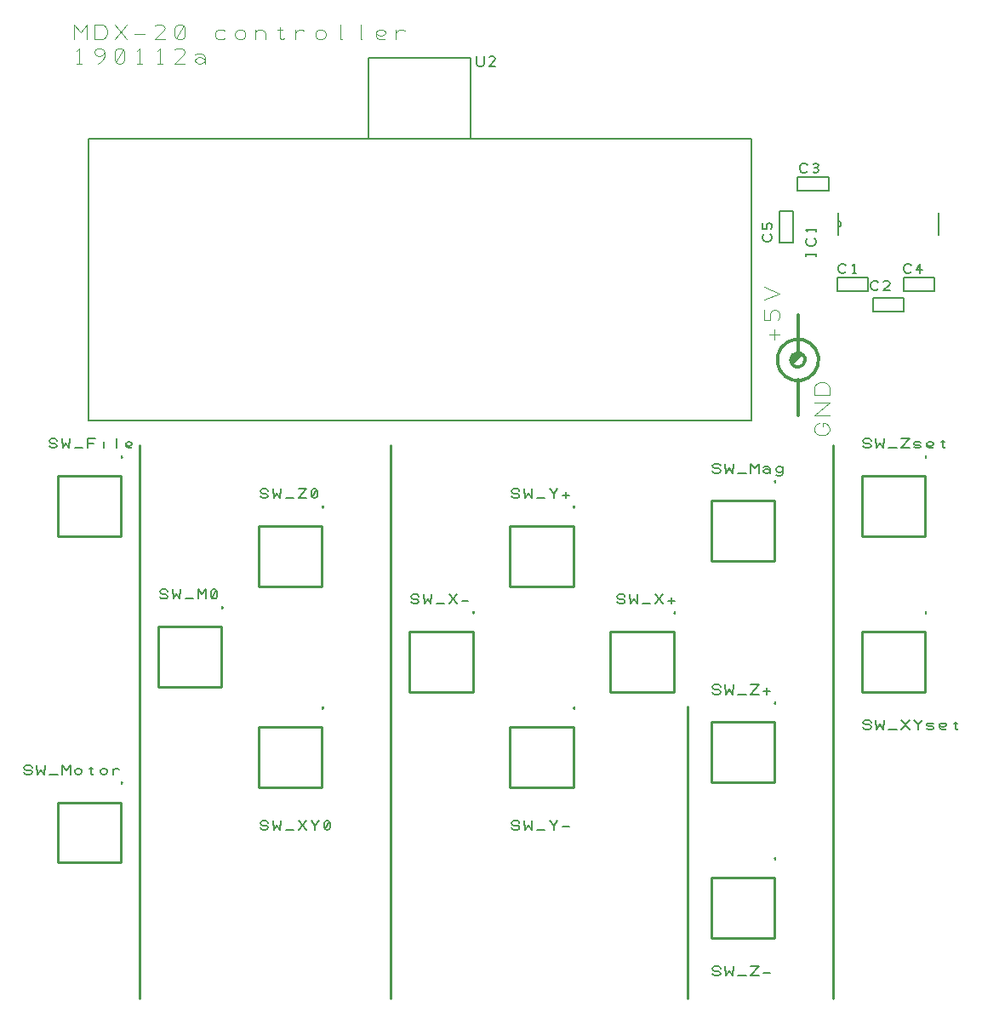
<source format=gto>
G04 EasyPC Gerber Version 21.0.3 Build 4286 *
%FSLAX35Y35*%
%MOIN*%
%ADD12C,0.00394*%
%ADD10C,0.00500*%
%ADD13C,0.00600*%
%ADD14C,0.01000*%
%ADD11C,0.01181*%
X0Y0D02*
D02*
D10*
X14030Y92676D02*
X14342Y92051D01*
X14967Y91739*
X16217*
X16842Y92051*
X17155Y92676*
X16842Y93301*
X16217Y93614*
X14967*
X14342Y93926*
X14030Y94551*
X14342Y95176*
X14967Y95489*
X16217*
X16842Y95176*
X17155Y94551*
X19030Y95489D02*
X19342Y91739D01*
X20592Y93614*
X21842Y91739*
X22155Y95489*
X24030Y91739D02*
X27155D01*
X29030D02*
Y95489D01*
X30592Y93614*
X32155Y95489*
Y91739*
X34030Y92676D02*
X34342Y92051D01*
X34967Y91739*
X35592*
X36217Y92051*
X36530Y92676*
Y93301*
X36217Y93926*
X35592Y94239*
X34967*
X34342Y93926*
X34030Y93301*
Y92676*
X39655Y94239D02*
X40905D01*
X40280Y94864D02*
Y92051D01*
X40592Y91739*
X40905*
X41217Y92051*
X44030Y92676D02*
X44342Y92051D01*
X44967Y91739*
X45592*
X46217Y92051*
X46530Y92676*
Y93301*
X46217Y93926*
X45592Y94239*
X44967*
X44342Y93926*
X44030Y93301*
Y92676*
X49030Y91739D02*
Y94239D01*
Y93301D02*
X49342Y93926D01*
X49967Y94239*
X50592*
X51217Y93926*
X23872Y220629D02*
X24185Y220004D01*
X24809Y219691*
X26059*
X26685Y220004*
X26997Y220629*
X26685Y221254*
X26059Y221567*
X24809*
X24185Y221879*
X23872Y222504*
X24185Y223129*
X24809Y223441*
X26059*
X26685Y223129*
X26997Y222504*
X28872Y223441D02*
X29185Y219691D01*
X30435Y221567*
X31685Y219691*
X31997Y223441*
X33872Y219691D02*
X36997D01*
X38872D02*
Y223441D01*
X41997*
X41372Y221567D02*
X38872D01*
X45122Y219691D02*
Y222191D01*
Y223129D02*
X50435Y219691*
X50122D01*
Y223441*
X56372Y220004D02*
X56059Y219691D01*
X55435*
X54809*
X54185Y220004*
X53872Y220629*
Y221567*
X54185Y221879*
X54809Y222191*
X55435*
X56059Y221879*
X56372Y221567*
Y221254*
X56059Y220941*
X55435Y220629*
X54809*
X54185Y220941*
X53872Y221254*
X39187Y230407D02*
X299030D01*
Y340644*
X39187*
Y230407*
X67179Y161574D02*
X67492Y160949D01*
X68117Y160636*
X69367*
X69992Y160949*
X70304Y161574*
X69992Y162199*
X69367Y162511*
X68117*
X67492Y162824*
X67179Y163449*
X67492Y164074*
X68117Y164386*
X69367*
X69992Y164074*
X70304Y163449*
X72179Y164386D02*
X72492Y160636D01*
X73742Y162511*
X74992Y160636*
X75304Y164386*
X77179Y160636D02*
X80304D01*
X82179D02*
Y164386D01*
X83742Y162511*
X85304Y164386*
Y160636*
X87492Y160949D02*
X88117Y160636D01*
X88742*
X89367Y160949*
X89679Y161574*
Y163449*
X89367Y164074*
X88742Y164386*
X88117*
X87492Y164074*
X87179Y163449*
Y161574*
X87492Y160949*
X89367Y164074*
X106549Y71023D02*
X106862Y70398D01*
X107487Y70085*
X108737*
X109362Y70398*
X109674Y71023*
X109362Y71648*
X108737Y71960*
X107487*
X106862Y72273*
X106549Y72898*
X106862Y73523*
X107487Y73835*
X108737*
X109362Y73523*
X109674Y72898*
X111549Y73835D02*
X111862Y70085D01*
X113112Y71960*
X114362Y70085*
X114674Y73835*
X116549Y70085D02*
X119674D01*
X121549D02*
X124674Y73835D01*
X121549D02*
X124674Y70085D01*
X128112D02*
Y71960D01*
X126549Y73835*
X128112Y71960D02*
X129674Y73835D01*
X131862Y70398D02*
X132487Y70085D01*
X133112*
X133737Y70398*
X134049Y71023*
Y72898*
X133737Y73523*
X133112Y73835*
X132487*
X131862Y73523*
X131549Y72898*
Y71023*
X131862Y70398*
X133737Y73523*
X106549Y200944D02*
X106862Y200319D01*
X107487Y200006*
X108737*
X109362Y200319*
X109674Y200944*
X109362Y201569*
X108737Y201881*
X107487*
X106862Y202194*
X106549Y202819*
X106862Y203444*
X107487Y203756*
X108737*
X109362Y203444*
X109674Y202819*
X111549Y203756D02*
X111862Y200006D01*
X113112Y201881*
X114362Y200006*
X114674Y203756*
X116549Y200006D02*
X119674D01*
X121549Y203756D02*
X124674D01*
X121549Y200006*
X124674*
X126862Y200319D02*
X127487Y200006D01*
X128112*
X128737Y200319*
X129049Y200944*
Y202819*
X128737Y203444*
X128112Y203756*
X127487*
X126862Y203444*
X126549Y202819*
Y200944*
X126862Y200319*
X128737Y203444*
X165604Y159606D02*
X165917Y158980D01*
X166542Y158668*
X167792*
X168417Y158980*
X168730Y159606*
X168417Y160230*
X167792Y160543*
X166542*
X165917Y160856*
X165604Y161480*
X165917Y162106*
X166542Y162418*
X167792*
X168417Y162106*
X168730Y161480*
X170604Y162418D02*
X170917Y158668D01*
X172167Y160543*
X173417Y158668*
X173730Y162418*
X175604Y158668D02*
X178730D01*
X180604D02*
X183730Y162418D01*
X180604D02*
X183730Y158668D01*
X185604Y159918D02*
X188104D01*
X188793Y340644D02*
X148793D01*
Y372455*
X188793*
Y340644*
X191195Y373048D02*
Y370235D01*
X191507Y369610*
X192132Y369298*
X193382*
X194007Y369610*
X194320Y370235*
Y373048*
X198695Y369298D02*
X196195D01*
X198382Y371485*
X198695Y372110*
X198382Y372735*
X197757Y373048*
X196820*
X196195Y372735*
X204974Y71023D02*
X205287Y70398D01*
X205912Y70085*
X207162*
X207787Y70398*
X208100Y71023*
X207787Y71648*
X207162Y71960*
X205912*
X205287Y72273*
X204974Y72898*
X205287Y73523*
X205912Y73835*
X207162*
X207787Y73523*
X208100Y72898*
X209974Y73835D02*
X210287Y70085D01*
X211537Y71960*
X212787Y70085*
X213100Y73835*
X214974Y70085D02*
X218100D01*
X221537D02*
Y71960D01*
X219974Y73835*
X221537Y71960D02*
X223100Y73835D01*
X224974Y71335D02*
X227474D01*
X204974Y200944D02*
X205287Y200319D01*
X205912Y200006*
X207162*
X207787Y200319*
X208100Y200944*
X207787Y201569*
X207162Y201881*
X205912*
X205287Y202194*
X204974Y202819*
X205287Y203444*
X205912Y203756*
X207162*
X207787Y203444*
X208100Y202819*
X209974Y203756D02*
X210287Y200006D01*
X211537Y201881*
X212787Y200006*
X213100Y203756*
X214974Y200006D02*
X218100D01*
X221537D02*
Y201881D01*
X219974Y203756*
X221537Y201881D02*
X223100Y203756D01*
X224974Y201256D02*
X227474D01*
X226224Y200006D02*
Y202506D01*
X246313Y159606D02*
X246626Y158980D01*
X247250Y158668*
X248500*
X249126Y158980*
X249438Y159606*
X249126Y160230*
X248500Y160543*
X247250*
X246626Y160856*
X246313Y161480*
X246626Y162106*
X247250Y162418*
X248500*
X249126Y162106*
X249438Y161480*
X251313Y162418D02*
X251626Y158668D01*
X252876Y160543*
X254126Y158668*
X254438Y162418*
X256313Y158668D02*
X259438D01*
X261313D02*
X264438Y162418D01*
X261313D02*
X264438Y158668D01*
X266313Y159918D02*
X268813D01*
X267563Y158668D02*
Y161168D01*
X283715Y13936D02*
X284027Y13311D01*
X284652Y12998*
X285902*
X286527Y13311*
X286840Y13936*
X286527Y14561*
X285902Y14874*
X284652*
X284027Y15186*
X283715Y15811*
X284027Y16436*
X284652Y16748*
X285902*
X286527Y16436*
X286840Y15811*
X288715Y16748D02*
X289027Y12998D01*
X290277Y14874*
X291527Y12998*
X291840Y16748*
X293715Y12998D02*
X296840D01*
X298715Y16748D02*
X301840D01*
X298715Y12998*
X301840*
X303715Y14248D02*
X306215D01*
X283715Y124172D02*
X284027Y123547D01*
X284652Y123235*
X285902*
X286527Y123547*
X286840Y124172*
X286527Y124797*
X285902Y125110*
X284652*
X284027Y125422*
X283715Y126047*
X284027Y126672*
X284652Y126985*
X285902*
X286527Y126672*
X286840Y126047*
X288715Y126985D02*
X289027Y123235D01*
X290277Y125110*
X291527Y123235*
X291840Y126985*
X293715Y123235D02*
X296840D01*
X298715Y126985D02*
X301840D01*
X298715Y123235*
X301840*
X303715Y124485D02*
X306215D01*
X304965Y123235D02*
Y125735D01*
X283715Y210787D02*
X284027Y210161D01*
X284652Y209849*
X285902*
X286527Y210161*
X286840Y210787*
X286527Y211411*
X285902Y211724*
X284652*
X284027Y212037*
X283715Y212661*
X284027Y213287*
X284652Y213599*
X285902*
X286527Y213287*
X286840Y212661*
X288715Y213599D02*
X289027Y209849D01*
X290277Y211724*
X291527Y209849*
X291840Y213599*
X293715Y209849D02*
X296840D01*
X298715D02*
Y213599D01*
X300277Y211724*
X301840Y213599*
Y209849*
X303715Y212037D02*
X304340Y212349D01*
X305277*
X305902Y212037*
X306215Y211411*
Y210474*
X305902Y210161*
X305277Y209849*
X304652*
X304027Y210161*
X303715Y210474*
Y210787*
X304027Y211099*
X304652Y211411*
X305277*
X305902Y211099*
X306215Y210787*
Y210474D02*
Y209849D01*
X311215Y211411D02*
X310902Y212037D01*
X310277Y212349*
X309652*
X309027Y212037*
X308715Y211411*
Y211099*
X309027Y210474*
X309652Y210161*
X310277*
X310902Y210474*
X311215Y211099*
Y212349D02*
Y209849D01*
X310902Y209224*
X310277Y208911*
X309340*
X308715Y209224*
X306400Y303548D02*
X306712Y303236D01*
X307025Y302611*
Y301673*
X306712Y301048*
X306400Y300736*
X305775Y300423*
X304525*
X303900Y300736*
X303587Y301048*
X303275Y301673*
Y302611*
X303587Y303236*
X303900Y303548*
X306712Y305423D02*
X307025Y306048D01*
Y306986*
X306712Y307611*
X306087Y307923*
X305775*
X305150Y307611*
X304837Y306986*
Y305423*
X303275*
Y307923*
X309962Y312487D02*
X315262D01*
Y300187*
X309962*
Y312487*
X316935Y320435D02*
Y325735D01*
X329235*
Y320435*
X316935*
X320950Y328128D02*
X320637Y327815D01*
X320012Y327502*
X319075*
X318450Y327815*
X318137Y328128*
X317825Y328752*
Y330002*
X318137Y330628*
X318450Y330940*
X319075Y331252*
X320012*
X320637Y330940*
X320950Y330628*
X323137Y327815D02*
X323762Y327502D01*
X324387*
X325012Y327815*
X325325Y328440*
X325012Y329065*
X324387Y329378*
X323762*
X324387D02*
X325012Y329690D01*
X325325Y330315*
X325012Y330940*
X324387Y331252*
X323762*
X323137Y330940*
X324175Y294674D02*
Y295924D01*
Y295299D02*
X320425D01*
Y294674D02*
Y295924D01*
X323550Y301862D02*
X323862Y301549D01*
X324175Y300924*
Y299987*
X323862Y299362*
X323550Y299049*
X322925Y298737*
X321675*
X321050Y299049*
X320737Y299362*
X320425Y299987*
Y300924*
X320737Y301549*
X321050Y301862*
X324175Y304362D02*
Y305612D01*
Y304987D02*
X320425D01*
X321050Y304362*
X332462Y281065D02*
Y286365D01*
X344762*
Y281065*
X332462*
X336037Y288679D02*
X335724Y288366D01*
X335099Y288054*
X334161*
X333537Y288366*
X333224Y288679*
X332911Y289304*
Y290554*
X333224Y291179*
X333537Y291491*
X334161Y291804*
X335099*
X335724Y291491*
X336037Y291179*
X338537Y288054D02*
X339787D01*
X339161D02*
Y291804D01*
X338537Y291179*
X342770Y110393D02*
X343082Y109768D01*
X343707Y109455*
X344957*
X345582Y109768*
X345895Y110393*
X345582Y111018*
X344957Y111330*
X343707*
X343082Y111643*
X342770Y112268*
X343082Y112893*
X343707Y113205*
X344957*
X345582Y112893*
X345895Y112268*
X347770Y113205D02*
X348082Y109455D01*
X349332Y111330*
X350582Y109455*
X350895Y113205*
X352770Y109455D02*
X355895D01*
X357770D02*
X360895Y113205D01*
X357770D02*
X360895Y109455D01*
X364332D02*
Y111330D01*
X362770Y113205*
X364332Y111330D02*
X365895Y113205D01*
X367770Y109768D02*
X368395Y109455D01*
X369645*
X370270Y109768*
Y110393*
X369645Y110705*
X368395*
X367770Y111018*
Y111643*
X368395Y111955*
X369645*
X370270Y111643*
X375270Y109768D02*
X374957Y109455D01*
X374332*
X373707*
X373082Y109768*
X372770Y110393*
Y111330*
X373082Y111643*
X373707Y111955*
X374332*
X374957Y111643*
X375270Y111330*
Y111018*
X374957Y110705*
X374332Y110393*
X373707*
X373082Y110705*
X372770Y111018*
X378395Y111955D02*
X379645D01*
X379020Y112580D02*
Y109768D01*
X379332Y109455*
X379645*
X379957Y109768*
X342770Y220629D02*
X343082Y220004D01*
X343707Y219691*
X344957*
X345582Y220004*
X345895Y220629*
X345582Y221254*
X344957Y221567*
X343707*
X343082Y221879*
X342770Y222504*
X343082Y223129*
X343707Y223441*
X344957*
X345582Y223129*
X345895Y222504*
X347770Y223441D02*
X348082Y219691D01*
X349332Y221567*
X350582Y219691*
X350895Y223441*
X352770Y219691D02*
X355895D01*
X357770Y223441D02*
X360895D01*
X357770Y219691*
X360895*
X362770Y220004D02*
X363395Y219691D01*
X364645*
X365270Y220004*
Y220629*
X364645Y220941*
X363395*
X362770Y221254*
Y221879*
X363395Y222191*
X364645*
X365270Y221879*
X370270Y220004D02*
X369957Y219691D01*
X369332*
X368707*
X368082Y220004*
X367770Y220629*
Y221567*
X368082Y221879*
X368707Y222191*
X369332*
X369957Y221879*
X370270Y221567*
Y221254*
X369957Y220941*
X369332Y220629*
X368707*
X368082Y220941*
X367770Y221254*
X373395Y222191D02*
X374645D01*
X374020Y222817D02*
Y220004D01*
X374332Y219691*
X374645*
X374957Y220004*
X348753Y282057D02*
X348441Y281744D01*
X347815Y281431*
X346878*
X346253Y281744*
X345941Y282057*
X345628Y282681*
Y283931*
X345941Y284557*
X346253Y284869*
X346878Y285181*
X347815*
X348441Y284869*
X348753Y284557*
X353128Y281431D02*
X350628D01*
X352815Y283619*
X353128Y284244*
X352815Y284869*
X352191Y285181*
X351253*
X350628Y284869*
X346462Y273191D02*
Y278491D01*
X358762*
Y273191*
X346462*
X358462Y281065D02*
Y286365D01*
X370762*
Y281065*
X358462*
X361627Y288679D02*
X361315Y288366D01*
X360689Y288054*
X359752*
X359127Y288366*
X358815Y288679*
X358502Y289304*
Y290554*
X358815Y291179*
X359127Y291491*
X359752Y291804*
X360689*
X361315Y291491*
X361627Y291179*
X365065Y288054D02*
Y291804D01*
X363502Y289304*
X366002*
D02*
D11*
X315211Y246313D02*
G75*
G03X319148Y262061I1969J7874D01*
G01*
G75*
G03X315211Y246313I-1969J-7874*
G01*
Y252219D02*
G75*
G03X319148Y256156I1969J1969D01*
G01*
G75*
G03X315211Y252219I-1969J-1969*
G01*
G36*
G75*
G03X319148Y256156I1969J1969*
G01*
G75*
G03X315211Y252219I-1969J-1969*
G01*
G37*
X317179Y246313D02*
Y232533D01*
Y256156D02*
Y271904D01*
D02*
D12*
X33715Y379679D02*
Y385585D01*
X36175Y382632*
X38636Y385585*
Y379679*
X41589D02*
Y385585D01*
X44541*
X45526Y385093*
X46018Y384600*
X46510Y383616*
Y381648*
X46018Y380663*
X45526Y380171*
X44541Y379679*
X41589*
X49463D02*
X54384Y385585D01*
X49463D02*
X54384Y379679D01*
X57337Y381648D02*
X61274D01*
X69148Y379679D02*
X65211D01*
X68656Y383124*
X69148Y384108*
X68656Y385093*
X67671Y385585*
X66195*
X65211Y385093*
X73577Y380171D02*
X74561Y379679D01*
X75545*
X76530Y380171*
X77022Y381156*
Y384108*
X76530Y385093*
X75545Y385585*
X74561*
X73577Y385093*
X73085Y384108*
Y381156*
X73577Y380171*
X76530Y385093*
X92770Y383124D02*
X91785Y383616D01*
X90309*
X89325Y383124*
X88833Y382140*
Y381156*
X89325Y380171*
X90309Y379679*
X91785*
X92770Y380171*
X96707Y381156D02*
X97199Y380171D01*
X98183Y379679*
X99167*
X100152Y380171*
X100644Y381156*
Y382140*
X100152Y383124*
X99167Y383616*
X98183*
X97199Y383124*
X96707Y382140*
Y381156*
X104581Y379679D02*
Y383616D01*
Y382140D02*
X105073Y383124D01*
X106057Y383616*
X107041*
X108026Y383124*
X108518Y382140*
Y379679*
X113439Y383616D02*
X115407D01*
X114423Y384600D02*
Y380171D01*
X114915Y379679*
X115407*
X115900Y380171*
X120329Y379679D02*
Y383616D01*
Y382140D02*
X120821Y383124D01*
X121805Y383616*
X122789*
X123774Y383124*
X128203Y381156D02*
X128695Y380171D01*
X129679Y379679*
X130663*
X131648Y380171*
X132140Y381156*
Y382140*
X131648Y383124*
X130663Y383616*
X129679*
X128695Y383124*
X128203Y382140*
Y381156*
X138537Y379679D02*
X138045D01*
Y385585*
X146411Y379679D02*
X145919D01*
Y385585*
X155762Y380171D02*
X155270Y379679D01*
X154285*
X153301*
X152317Y380171*
X151825Y381156*
Y382632*
X152317Y383124*
X153301Y383616*
X154285*
X155270Y383124*
X155762Y382632*
Y382140*
X155270Y381648*
X154285Y381156*
X153301*
X152317Y381648*
X151825Y382140*
X159699Y379679D02*
Y383616D01*
Y382140D02*
X160191Y383124D01*
X161175Y383616*
X162159*
X163144Y383124*
X34699Y370230D02*
X36667D01*
X35683D02*
Y376136D01*
X34699Y375152*
X43065Y370230D02*
X44049Y370722D01*
X45033Y371707*
X45526Y373183*
Y374659*
X45033Y375644*
X44049Y376136*
X43065*
X42081Y375644*
X41589Y374659*
X42081Y373675*
X43065Y373183*
X44049*
X45033Y373675*
X45526Y374659*
X49955Y370722D02*
X50939Y370230D01*
X51923*
X52907Y370722*
X53400Y371707*
Y374659*
X52907Y375644*
X51923Y376136*
X50939*
X49955Y375644*
X49463Y374659*
Y371707*
X49955Y370722*
X52907Y375644*
X58321Y370230D02*
X60289D01*
X59305D02*
Y376136D01*
X58321Y375152*
X66195Y370230D02*
X68163D01*
X67179D02*
Y376136D01*
X66195Y375152*
X77022Y370230D02*
X73085D01*
X76530Y373675*
X77022Y374659*
X76530Y375644*
X75545Y376136*
X74069*
X73085Y375644*
X80959Y373675D02*
X81943Y374167D01*
X83419*
X84404Y373675*
X84896Y372691*
Y371215*
X84404Y370722*
X83419Y370230*
X82435*
X81451Y370722*
X80959Y371215*
Y371707*
X81451Y372199*
X82435Y372691*
X83419*
X84404Y372199*
X84896Y371707*
Y371215D02*
Y370230D01*
X307829Y262061D02*
Y265998D01*
X309797Y264030D02*
X305860D01*
X309305Y269935D02*
X309797Y270919D01*
Y272396*
X309305Y273380*
X308321Y273872*
X307829*
X306844Y273380*
X306352Y272396*
Y269935*
X303892*
Y273872*
Y277809D02*
X309797Y280270D01*
X303892Y282730*
X327022Y228104D02*
Y229581D01*
X327514*
X328498Y229089*
X328990Y228596*
X329482Y227612*
Y226628*
X328990Y225644*
X328498Y225152*
X327514Y224659*
X325545*
X324561Y225152*
X324069Y225644*
X323577Y226628*
Y227612*
X324069Y228596*
X324561Y229089*
X325545Y229581*
X329482Y232533D02*
X323577D01*
X329482Y237455*
X323577*
X329482Y240407D02*
X323577D01*
Y243360*
X324069Y244344*
X324561Y244837*
X325545Y245329*
X327514*
X328498Y244837*
X328990Y244344*
X329482Y243360*
Y240407*
D02*
D13*
X332912Y308537D02*
G75*
G02Y306137J-1200D01*
G01*
Y311637D02*
Y303037D01*
X372312D02*
Y311637D01*
D02*
D14*
X27219Y57337D02*
Y80959D01*
X52022*
Y57337*
X27219*
Y185289D02*
Y208911D01*
X52022*
Y185289*
X27219*
X52344Y88541D02*
G75*
G02Y88093J-224D01*
G01*
Y88541D02*
G75*
G02Y88093J-224D01*
G01*
G75*
G02Y88541J224*
G01*
Y216494D02*
G75*
G02Y216046J-224D01*
G01*
Y216494D02*
G75*
G02Y216046J-224D01*
G01*
G75*
G02Y216494J224*
G01*
X59305Y4187D02*
Y220722D01*
X66589Y126234D02*
Y149856D01*
X91392*
Y126234*
X66589*
X91715Y157439D02*
G75*
G02Y156991J-224D01*
G01*
Y157439D02*
G75*
G02Y156991J-224D01*
G01*
G75*
G02Y157439J224*
G01*
X105959Y86864D02*
Y110486D01*
X130762*
Y86864*
X105959*
Y165604D02*
Y189226D01*
X130762*
Y165604*
X105959*
X131085Y118069D02*
G75*
G02Y117620J-224D01*
G01*
Y118069D02*
G75*
G02Y117620J-224D01*
G01*
G75*
G02Y118069J224*
G01*
Y196809D02*
G75*
G02Y196361J-224D01*
G01*
Y196809D02*
G75*
G02Y196361J-224D01*
G01*
G75*
G02Y196809J224*
G01*
X157730Y4187D02*
Y220722D01*
X165014Y124266D02*
Y147888D01*
X189817*
Y124266*
X165014*
X190140Y155470D02*
G75*
G02Y155022J-224D01*
G01*
Y155470D02*
G75*
G02Y155022J-224D01*
G01*
G75*
G02Y155470J224*
G01*
X204384Y86864D02*
Y110486D01*
X229187*
Y86864*
X204384*
Y165604D02*
Y189226D01*
X229187*
Y165604*
X204384*
X229510Y118069D02*
G75*
G02Y117620J-224D01*
G01*
Y118069D02*
G75*
G02Y117620J-224D01*
G01*
G75*
G02Y118069J224*
G01*
Y196809D02*
G75*
G02Y196361J-224D01*
G01*
Y196809D02*
G75*
G02Y196361J-224D01*
G01*
G75*
G02Y196809J224*
G01*
X243754Y124266D02*
Y147888D01*
X268557*
Y124266*
X243754*
X268880Y155470D02*
G75*
G02Y155022J-224D01*
G01*
Y155470D02*
G75*
G02Y155022J-224D01*
G01*
G75*
G02Y155470J224*
G01*
X273872Y4187D02*
Y118360D01*
X283124Y27809D02*
Y51431D01*
X307927*
Y27809*
X283124*
Y88833D02*
Y112455D01*
X307927*
Y88833*
X283124*
Y175447D02*
Y199069D01*
X307927*
Y175447*
X283124*
X308250Y59013D02*
G75*
G02Y58565J-224D01*
G01*
Y59013D02*
G75*
G02Y58565J-224D01*
G01*
G75*
G02Y59013J224*
G01*
Y120037D02*
G75*
G02Y119589J-224D01*
G01*
Y120037D02*
G75*
G02Y119589J-224D01*
G01*
G75*
G02Y120037J224*
G01*
Y206651D02*
G75*
G02Y206203J-224D01*
G01*
Y206651D02*
G75*
G02Y206203J-224D01*
G01*
G75*
G02Y206651J224*
G01*
X330959Y4187D02*
Y220722D01*
X342179Y124266D02*
Y147888D01*
X366982*
Y124266*
X342179*
Y185289D02*
Y208911D01*
X366982*
Y185289*
X342179*
X367305Y155470D02*
G75*
G02Y155022J-224D01*
G01*
Y155470D02*
G75*
G02Y155022J-224D01*
G01*
G75*
G02Y155470J224*
G01*
Y216494D02*
G75*
G02Y216046J-224D01*
G01*
Y216494D02*
G75*
G02Y216046J-224D01*
G01*
G75*
G02Y216494J224*
G01*
X0Y0D02*
M02*

</source>
